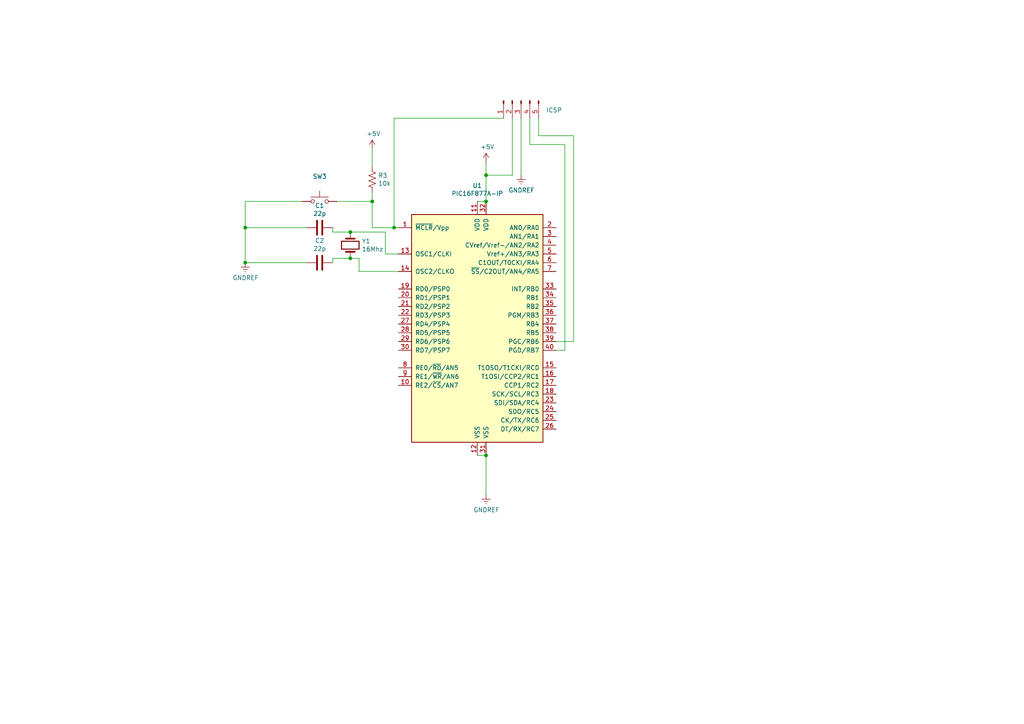
<source format=kicad_sch>
(kicad_sch (version 20211123) (generator eeschema)
  (paper "A4")
  (lib_symbols
    (symbol "Connector:Conn_01x05_Male" (pin_names (offset 1.016) hide)
      (property "Reference" "J" (at 0 7.62 0))
      (property "Value" "Conn_01x05_Male" (at 0 -7.62 0))
      (symbol "Conn_01x05_Male_1_1"
        (polyline (pts (xy 1.27 -5.08) (xy 0.8636 -5.08)) (stroke (width 0.1524)))
        (polyline (pts (xy 1.27 -2.54) (xy 0.8636 -2.54)) (stroke (width 0.1524)))
        (polyline (pts (xy 1.27 0) (xy 0.8636 0)) (stroke (width 0.1524)))
        (polyline (pts (xy 1.27 2.54) (xy 0.8636 2.54)) (stroke (width 0.1524)))
        (polyline (pts (xy 1.27 5.08) (xy 0.8636 5.08)) (stroke (width 0.1524)))
        (rectangle (start 0.8636 -4.953) (end 0 -5.207) (stroke (width 0.1524)) (fill (type outline)))
        (rectangle (start 0.8636 -2.413) (end 0 -2.667) (stroke (width 0.1524)) (fill (type outline)))
        (rectangle (start 0.8636 0.127) (end 0 -0.127) (stroke (width 0.1524)) (fill (type outline)))
        (rectangle (start 0.8636 2.667) (end 0 2.413) (stroke (width 0.1524)) (fill (type outline)))
        (rectangle (start 0.8636 5.207) (end 0 4.953) (stroke (width 0.1524)) (fill (type outline)))
        (pin passive line (at 5.08 5.08 180) (length 3.81) (name "Pin_1") (number "1"))
        (pin passive line (at 5.08 2.54 180) (length 3.81) (name "Pin_2") (number "2"))
        (pin passive line (at 5.08 0 180) (length 3.81) (name "Pin_3") (number "3"))
        (pin passive line (at 5.08 -2.54 180) (length 3.81) (name "Pin_4") (number "4"))
        (pin passive line (at 5.08 -5.08 180) (length 3.81) (name "Pin_5") (number "5"))
      )
    )
    (symbol "Device:C" (pin_numbers hide) (pin_names (offset 0.254))
      (property "Reference" "C" (at 0.635 2.54 0))
      (property "Value" "C" (at 0.635 -2.54 0))
      (symbol "C_0_1"
        (polyline (pts (xy -2.032 -0.762) (xy 2.032 -0.762)) (stroke (width 0.508)))
        (polyline (pts (xy -2.032 0.762) (xy 2.032 0.762)) (stroke (width 0.508)))
      )
      (symbol "C_1_1"
        (pin passive line (at 0 3.81 270) (length 2.794) (name "~") (number "1"))
        (pin passive line (at 0 -3.81 90) (length 2.794) (name "~") (number "2"))
      )
    )
    (symbol "Device:Crystal" (pin_numbers hide) (pin_names (offset 1.016) hide)
      (property "Reference" "Y" (at 0 3.81 0))
      (property "Value" "Crystal" (at 0 -3.81 0))
      (symbol "Crystal_0_1"
        (rectangle (start -1.143 2.54) (end 1.143 -2.54) (stroke (width 0.3048)))
        (polyline (pts (xy -2.54 0) (xy -1.905 0)))
        (polyline (pts (xy -1.905 -1.27) (xy -1.905 1.27)) (stroke (width 0.508)))
        (polyline (pts (xy 1.905 -1.27) (xy 1.905 1.27)) (stroke (width 0.508)))
        (polyline (pts (xy 2.54 0) (xy 1.905 0)))
      )
      (symbol "Crystal_1_1"
        (pin passive line (at -3.81 0 0) (length 1.27) (name "1") (number "1"))
        (pin passive line (at 3.81 0 180) (length 1.27) (name "2") (number "2"))
      )
    )
    (symbol "Device:R_US" (pin_numbers hide) (pin_names (offset 0))
      (property "Reference" "R" (at 2.54 0 90))
      (property "Value" "R_US" (at -2.54 0 90))
      (symbol "R_US_0_1"
        (polyline (pts (xy 0 -2.286) (xy 0 -2.54)))
        (polyline (pts (xy 0 2.286) (xy 0 2.54)))
        (polyline (pts (xy 0 -0.762) (xy 1.016 -1.143) (xy 0 -1.524) (xy -1.016 -1.905) (xy 0 -2.286)))
        (polyline (pts (xy 0 0.762) (xy 1.016 0.381) (xy 0 0) (xy -1.016 -0.381) (xy 0 -0.762)))
        (polyline (pts (xy 0 2.286) (xy 1.016 1.905) (xy 0 1.524) (xy -1.016 1.143) (xy 0 0.762)))
      )
      (symbol "R_US_1_1"
        (pin passive line (at 0 3.81 270) (length 1.27) (name "~") (number "1"))
        (pin passive line (at 0 -3.81 90) (length 1.27) (name "~") (number "2"))
      )
    )
    (symbol "MCU_Microchip_PIC16:PIC16F877A-IP" (pin_names (offset 1.016))
      (property "Reference" "U" (at 5.08 35.56 0))
      (property "Value" "PIC16F877A-IP" (at 5.08 33.02 0))
      (symbol "PIC16F877A-IP_0_1"
        (rectangle (start -19.05 31.75) (end 19.05 -34.29) (stroke (width 0.254)) (fill (type background)))
      )
      (symbol "PIC16F877A-IP_1_1"
        (pin input line (at -22.86 27.94 0) (length 3.81) (name "~{MCLR}/Vpp") (number "1"))
        (pin bidirectional line (at -22.86 -17.78 0) (length 3.81) (name "RE2/~{CS}/AN7") (number "10"))
        (pin power_in line (at 0 35.56 270) (length 3.81) (name "VDD") (number "11"))
        (pin power_in line (at 0 -38.1 90) (length 3.81) (name "VSS") (number "12"))
        (pin input line (at -22.86 20.32 0) (length 3.81) (name "OSC1/CLKI") (number "13"))
        (pin output line (at -22.86 15.24 0) (length 3.81) (name "OSC2/CLKO") (number "14"))
        (pin bidirectional line (at 22.86 -12.7 180) (length 3.81) (name "T1OSO/T1CKI/RC0") (number "15"))
        (pin bidirectional line (at 22.86 -15.24 180) (length 3.81) (name "T1OSI/CCP2/RC1") (number "16"))
        (pin bidirectional line (at 22.86 -17.78 180) (length 3.81) (name "CCP1/RC2") (number "17"))
        (pin bidirectional line (at 22.86 -20.32 180) (length 3.81) (name "SCK/SCL/RC3") (number "18"))
        (pin bidirectional line (at -22.86 10.16 0) (length 3.81) (name "RD0/PSP0") (number "19"))
        (pin bidirectional line (at 22.86 27.94 180) (length 3.81) (name "AN0/RA0") (number "2"))
        (pin bidirectional line (at -22.86 7.62 0) (length 3.81) (name "RD1/PSP1") (number "20"))
        (pin bidirectional line (at -22.86 5.08 0) (length 3.81) (name "RD2/PSP2") (number "21"))
        (pin bidirectional line (at -22.86 2.54 0) (length 3.81) (name "RD3/PSP3") (number "22"))
        (pin bidirectional line (at 22.86 -22.86 180) (length 3.81) (name "SDI/SDA/RC4") (number "23"))
        (pin bidirectional line (at 22.86 -25.4 180) (length 3.81) (name "SDO/RC5") (number "24"))
        (pin bidirectional line (at 22.86 -27.94 180) (length 3.81) (name "CK/TX/RC6") (number "25"))
        (pin bidirectional line (at 22.86 -30.48 180) (length 3.81) (name "DT/RX/RC7") (number "26"))
        (pin bidirectional line (at -22.86 0 0) (length 3.81) (name "RD4/PSP4") (number "27"))
        (pin bidirectional line (at -22.86 -2.54 0) (length 3.81) (name "RD5/PSP5") (number "28"))
        (pin bidirectional line (at -22.86 -5.08 0) (length 3.81) (name "RD6/PSP6") (number "29"))
        (pin bidirectional line (at 22.86 25.4 180) (length 3.81) (name "AN1/RA1") (number "3"))
        (pin bidirectional line (at -22.86 -7.62 0) (length 3.81) (name "RD7/PSP7") (number "30"))
        (pin power_in line (at 2.54 -38.1 90) (length 3.81) (name "VSS") (number "31"))
        (pin power_in line (at 2.54 35.56 270) (length 3.81) (name "VDD") (number "32"))
        (pin bidirectional line (at 22.86 10.16 180) (length 3.81) (name "INT/RB0") (number "33"))
        (pin bidirectional line (at 22.86 7.62 180) (length 3.81) (name "RB1") (number "34"))
        (pin bidirectional line (at 22.86 5.08 180) (length 3.81) (name "RB2") (number "35"))
        (pin bidirectional line (at 22.86 2.54 180) (length 3.81) (name "PGM/RB3") (number "36"))
        (pin bidirectional line (at 22.86 0 180) (length 3.81) (name "RB4") (number "37"))
        (pin bidirectional line (at 22.86 -2.54 180) (length 3.81) (name "RB5") (number "38"))
        (pin bidirectional line (at 22.86 -5.08 180) (length 3.81) (name "PGC/RB6") (number "39"))
        (pin bidirectional line (at 22.86 22.86 180) (length 3.81) (name "CVref/Vref-/AN2/RA2") (number "4"))
        (pin bidirectional line (at 22.86 -7.62 180) (length 3.81) (name "PGD/RB7") (number "40"))
        (pin bidirectional line (at 22.86 20.32 180) (length 3.81) (name "Vref+/AN3/RA3") (number "5"))
        (pin bidirectional line (at 22.86 17.78 180) (length 3.81) (name "C1OUT/T0CKI/RA4") (number "6"))
        (pin bidirectional line (at 22.86 15.24 180) (length 3.81) (name "~{SS}/C2OUT/AN4/RA5") (number "7"))
        (pin bidirectional line (at -22.86 -12.7 0) (length 3.81) (name "RE0/~{RD}/AN5") (number "8"))
        (pin bidirectional line (at -22.86 -15.24 0) (length 3.81) (name "RE1/~{WR}/AN6") (number "9"))
      )
    )
    (symbol "Switch:SW_MEC_5G" (pin_numbers hide) (pin_names (offset 1.016) hide)
      (property "Reference" "SW" (at 1.27 2.54 0))
      (property "Value" "SW_MEC_5G" (at 0 -1.524 0))
      (symbol "SW_MEC_5G_0_1"
        (circle (center -2.032 0) (radius 0.508))
        (polyline (pts (xy 0 1.27) (xy 0 3.048)))
        (polyline (pts (xy 2.54 1.27) (xy -2.54 1.27)))
        (circle (center 2.032 0) (radius 0.508))
        (pin passive line (at -5.08 0 0) (length 2.54) (name "A") (number "1"))
        (pin passive line (at 5.08 0 180) (length 2.54) (name "B") (number "3"))
      )
      (symbol "SW_MEC_5G_1_1"
        (pin passive line (at -5.08 0 0) (length 2.54) hide (name "A") (number "2"))
        (pin passive line (at 5.08 0 180) (length 2.54) hide (name "B") (number "4"))
      )
    )
    (symbol "power:+5V" (power) (pin_names (offset 0))
      (property "Value" "+5V" (at 0 3.556 0))
      (symbol "+5V_0_1"
        (polyline (pts (xy -0.762 1.27) (xy 0 2.54)))
        (polyline (pts (xy 0 0) (xy 0 2.54)))
        (polyline (pts (xy 0 2.54) (xy 0.762 1.27)))
      )
      (symbol "+5V_1_1"
        (pin power_in line (at 0 0 90) (length 0) hide (name "+5V") (number "1"))
      )
    )
    (symbol "power:GNDREF" (power) (pin_names (offset 0))
      (property "Value" "GNDREF" (at 0 -3.81 0))
      (symbol "GNDREF_0_1"
        (polyline (pts (xy -0.635 -1.905) (xy 0.635 -1.905)))
        (polyline (pts (xy -0.127 -2.54) (xy 0.127 -2.54)))
        (polyline (pts (xy 0 -1.27) (xy 0 0)))
        (polyline (pts (xy 1.27 -1.27) (xy -1.27 -1.27)))
      )
      (symbol "GNDREF_1_1"
        (pin power_in line (at 0 0 270) (length 0) hide (name "GNDREF") (number "1"))
      )
    )
  )
  (junction (at 101.6 67.31))
  (junction (at 101.6 74.93))
  (junction (at 114.3 66.04))
  (junction (at 107.95 58.42))
  (junction (at 140.97 50.8))
  (junction (at 71.12 76.2))
  (junction (at 140.97 58.42))
  (junction (at 71.12 66.04))
  (junction (at 140.97 132.08))
  (wire (pts (xy 138.43 132.08) (xy 140.97 132.08)))
  (wire (pts (xy 151.13 50.8) (xy 151.13 34.29)))
  (wire (pts (xy 101.6 74.93) (xy 96.52 74.93)))
  (wire (pts (xy 148.59 34.29) (xy 148.59 50.8)))
  (wire (pts (xy 161.29 101.6) (xy 163.83 101.6)))
  (wire (pts (xy 140.97 132.08) (xy 140.97 143.51)))
  (wire (pts (xy 71.12 66.04) (xy 71.12 76.2)))
  (wire (pts (xy 88.9 76.2) (xy 71.12 76.2)))
  (wire (pts (xy 166.37 99.06) (xy 166.37 39.37)))
  (wire (pts (xy 140.97 50.8) (xy 140.97 46.99)))
  (wire (pts (xy 153.67 41.91) (xy 153.67 34.29)))
  (wire (pts (xy 111.76 67.31) (xy 101.6 67.31)))
  (wire (pts (xy 87.63 58.42) (xy 71.12 58.42)))
  (wire (pts (xy 97.79 58.42) (xy 107.95 58.42)))
  (wire (pts (xy 101.6 67.31) (xy 96.52 67.31)))
  (wire (pts (xy 148.59 50.8) (xy 140.97 50.8)))
  (wire (pts (xy 96.52 74.93) (xy 96.52 76.2)))
  (wire (pts (xy 104.14 78.74) (xy 104.14 74.93)))
  (wire (pts (xy 114.3 34.29) (xy 114.3 66.04)))
  (wire (pts (xy 107.95 55.88) (xy 107.95 58.42)))
  (wire (pts (xy 166.37 39.37) (xy 156.21 39.37)))
  (wire (pts (xy 96.52 67.31) (xy 96.52 66.04)))
  (wire (pts (xy 115.57 66.04) (xy 114.3 66.04)))
  (wire (pts (xy 115.57 78.74) (xy 104.14 78.74)))
  (wire (pts (xy 114.3 66.04) (xy 107.95 66.04)))
  (wire (pts (xy 156.21 39.37) (xy 156.21 34.29)))
  (wire (pts (xy 107.95 43.18) (xy 107.95 48.26)))
  (wire (pts (xy 163.83 41.91) (xy 153.67 41.91)))
  (wire (pts (xy 88.9 66.04) (xy 71.12 66.04)))
  (wire (pts (xy 138.43 58.42) (xy 140.97 58.42)))
  (wire (pts (xy 115.57 73.66) (xy 111.76 73.66)))
  (wire (pts (xy 163.83 101.6) (xy 163.83 41.91)))
  (wire (pts (xy 146.05 34.29) (xy 114.3 34.29)))
  (wire (pts (xy 107.95 58.42) (xy 107.95 66.04)))
  (wire (pts (xy 71.12 58.42) (xy 71.12 66.04)))
  (wire (pts (xy 111.76 73.66) (xy 111.76 67.31)))
  (wire (pts (xy 104.14 74.93) (xy 101.6 74.93)))
  (wire (pts (xy 140.97 58.42) (xy 140.97 50.8)))
  (wire (pts (xy 161.29 99.06) (xy 166.37 99.06)))
  (symbol (lib_id "MCU_Microchip_PIC16:PIC16F877A-IP") (at 138.43 93.98 0) (unit 1)
    (property "Reference" "U1" (at 138.43 53.8226 0))
    (property "Value" "PIC16F877A-IP" (at 138.43 56.134 0))
    (property "Datasheet" "http://ww1.microchip.com/downloads/en/DeviceDoc/39582b.pdf" (effects hide))
  )
  (symbol (lib_id "Device:R_US") (at 107.95 52.07 0) (unit 1)
    (property "Reference" "R3" (at 109.6772 50.9016 0) (effects (justify left)))
    (property "Value" "10k" (at 109.6772 53.213 0) (effects (justify left)))
  )
  (symbol (lib_id "Switch:SW_MEC_5G") (at 92.71 58.42 0) (unit 1)
    (property "Reference" "SW3" (at 92.71 51.181 0))
    (property "Value" "SW_MEC_5G" (effects hide))
    (property "Datasheet" "http://www.apem.com/int/index.php?controller=attachment&id_attachment=488" (effects hide))
  )
  (symbol (lib_id "power:+5V") (at 107.95 43.18 0) (unit 1)
    (property "Reference" "#PWR02" (effects hide))
    (property "Value" "+5V" (at 108.331 38.7858 0))
  )
  (symbol (lib_id "power:+5V") (at 140.97 46.99 0) (unit 1)
    (property "Reference" "#PWR03" (effects hide))
    (property "Value" "+5V" (at 141.351 42.5958 0))
  )
  (symbol (lib_id "power:GNDREF") (at 140.97 143.51 0) (unit 1)
    (property "Reference" "#PWR04" (effects hide))
    (property "Value" "GNDREF" (at 141.097 147.9042 0))
  )
  (symbol (lib_id "power:GNDREF") (at 71.12 76.2 0) (unit 1)
    (property "Reference" "#PWR01" (effects hide))
    (property "Value" "GNDREF" (at 71.247 80.5942 0))
  )
  (symbol (lib_id "Device:Crystal") (at 101.6 71.12 270) (unit 1)
    (property "Reference" "Y1" (at 104.9274 69.9516 90) (effects (justify left)))
    (property "Value" "16Mhz" (at 104.9274 72.263 90) (effects (justify left)))
  )
  (symbol (lib_id "Device:C") (at 92.71 66.04 270) (unit 1)
    (property "Reference" "C1" (at 92.71 59.6392 90))
    (property "Value" "22p" (at 92.71 61.9506 90))
  )
  (symbol (lib_id "Device:C") (at 92.71 76.2 270) (unit 1)
    (property "Reference" "C2" (at 92.71 69.7992 90))
    (property "Value" "22p" (at 92.71 72.1106 90))
  )
  (symbol (lib_id "Connector:Conn_01x05_Male") (at 151.13 29.21 90) (mirror x) (unit 1)
    (property "Reference" "ICSP1" (effects hide))
    (property "Value" "ICSP" (at 158.4452 31.9532 90) (effects (justify right)))
  )
  (symbol (lib_id "power:GNDREF") (at 151.13 50.8 0) (unit 1)
    (property "Reference" "#PWR05" (effects hide))
    (property "Value" "GNDREF" (at 151.257 55.1942 0))
  )
)
</source>
